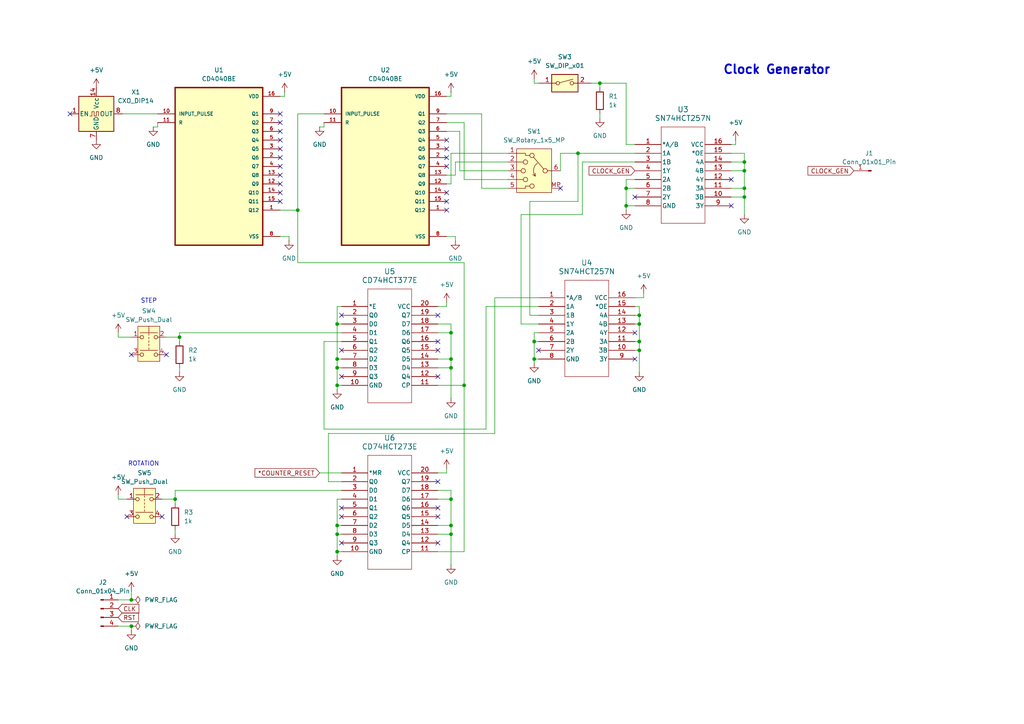
<source format=kicad_sch>
(kicad_sch (version 20231120) (generator "eeschema") (generator_version "8.0")
  (paper "A4")
  (lib_symbols
    (symbol "0_clock-generator:CD4040BE" (pin_names (offset 1.016))
      (property "Reference" "U" (at -12.7 23.86 0))
      (property "Value" "CD4040BE" (at -12.7 -26.86 0))
      (symbol "CD4040BE_0_0"
        (rectangle (start -12.7 -22.86) (end 12.7 22.86) (stroke (width 0.41)) (fill (type background)))
        (pin output line (at 17.78 -12.7 180) (length 5.08) (name "Q12") (number "1"))
        (pin input line (at -17.78 15.24 0) (length 5.08) (name "INPUT_PULSE") (number "10"))
        (pin input line (at -17.78 12.7 0) (length 5.08) (name "R") (number "11"))
        (pin output line (at 17.78 -5.08 180) (length 5.08) (name "Q9") (number "12"))
        (pin output line (at 17.78 -2.54 180) (length 5.08) (name "Q8") (number "13"))
        (pin output line (at 17.78 -7.62 180) (length 5.08) (name "Q10") (number "14"))
        (pin output line (at 17.78 -10.16 180) (length 5.08) (name "Q11") (number "15"))
        (pin power_in line (at 17.78 20.32 180) (length 5.08) (name "VDD") (number "16"))
        (pin output line (at 17.78 2.54 180) (length 5.08) (name "Q6") (number "2"))
        (pin output line (at 17.78 5.08 180) (length 5.08) (name "Q5") (number "3"))
        (pin output line (at 17.78 0 180) (length 5.08) (name "Q7") (number "4"))
        (pin output line (at 17.78 7.62 180) (length 5.08) (name "Q4") (number "5"))
        (pin output line (at 17.78 10.16 180) (length 5.08) (name "Q3") (number "6"))
        (pin output line (at 17.78 12.7 180) (length 5.08) (name "Q2") (number "7"))
        (pin power_in line (at 17.78 -20.32 180) (length 5.08) (name "VSS") (number "8"))
        (pin output line (at 17.78 15.24 180) (length 5.08) (name "Q1") (number "9"))
      )
    )
    (symbol "0_clock-generator:CD74HCT273E" (pin_names (offset 0.254))
      (property "Reference" "U" (at 27.94 10.16 0))
      (property "Value" "CD74HCT273E" (at 27.94 7.62 0))
      (symbol "CD74HCT273E_0_1"
        (polyline (pts (xy 20.32 -27.94) (xy 33.02 -27.94)) (stroke (width 0.127)))
        (polyline (pts (xy 20.32 5.08) (xy 20.32 -27.94)) (stroke (width 0.127)))
        (polyline (pts (xy 33.02 -27.94) (xy 33.02 5.08)) (stroke (width 0.127)))
        (polyline (pts (xy 33.02 5.08) (xy 20.32 5.08)) (stroke (width 0.127)))
        (pin input line (at 12.7 0 0) (length 7.62) (name "*MR") (number "1"))
        (pin power_in line (at 12.7 -22.86 0) (length 7.62) (name "GND") (number "10"))
        (pin input line (at 40.64 -22.86 180) (length 7.62) (name "CP") (number "11"))
        (pin output line (at 40.64 -20.32 180) (length 7.62) (name "Q4") (number "12"))
        (pin input line (at 40.64 -17.78 180) (length 7.62) (name "D4") (number "13"))
        (pin input line (at 40.64 -15.24 180) (length 7.62) (name "D5") (number "14"))
        (pin output line (at 40.64 -12.7 180) (length 7.62) (name "Q5") (number "15"))
        (pin output line (at 40.64 -10.16 180) (length 7.62) (name "Q6") (number "16"))
        (pin input line (at 40.64 -7.62 180) (length 7.62) (name "D6") (number "17"))
        (pin input line (at 40.64 -5.08 180) (length 7.62) (name "D7") (number "18"))
        (pin output line (at 40.64 -2.54 180) (length 7.62) (name "Q7") (number "19"))
        (pin output line (at 12.7 -2.54 0) (length 7.62) (name "Q0") (number "2"))
        (pin power_in line (at 40.64 0 180) (length 7.62) (name "VCC") (number "20"))
        (pin input line (at 12.7 -5.08 0) (length 7.62) (name "D0") (number "3"))
        (pin input line (at 12.7 -7.62 0) (length 7.62) (name "D1") (number "4"))
        (pin output line (at 12.7 -10.16 0) (length 7.62) (name "Q1") (number "5"))
        (pin output line (at 12.7 -12.7 0) (length 7.62) (name "Q2") (number "6"))
        (pin input line (at 12.7 -15.24 0) (length 7.62) (name "D2") (number "7"))
        (pin input line (at 12.7 -17.78 0) (length 7.62) (name "D3") (number "8"))
        (pin output line (at 12.7 -20.32 0) (length 7.62) (name "Q3") (number "9"))
      )
    )
    (symbol "0_clock-generator:CD74HCT377E" (pin_names (offset 0.254))
      (property "Reference" "U" (at 27.94 10.16 0))
      (property "Value" "CD74HCT377E" (at 27.94 7.62 0))
      (symbol "CD74HCT377E_0_1"
        (polyline (pts (xy 21.59 -27.94) (xy 34.29 -27.94)) (stroke (width 0.127)))
        (polyline (pts (xy 21.59 5.08) (xy 21.59 -27.94)) (stroke (width 0.127)))
        (polyline (pts (xy 34.29 -27.94) (xy 34.29 5.08)) (stroke (width 0.127)))
        (polyline (pts (xy 34.29 5.08) (xy 21.59 5.08)) (stroke (width 0.127)))
        (pin input line (at 13.97 0 0) (length 7.62) (name "*E") (number "1"))
        (pin power_in line (at 13.97 -22.86 0) (length 7.62) (name "GND") (number "10"))
        (pin input line (at 41.91 -22.86 180) (length 7.62) (name "CP") (number "11"))
        (pin output line (at 41.91 -20.32 180) (length 7.62) (name "Q4") (number "12"))
        (pin input line (at 41.91 -17.78 180) (length 7.62) (name "D4") (number "13"))
        (pin input line (at 41.91 -15.24 180) (length 7.62) (name "D5") (number "14"))
        (pin output line (at 41.91 -12.7 180) (length 7.62) (name "Q5") (number "15"))
        (pin output line (at 41.91 -10.16 180) (length 7.62) (name "Q6") (number "16"))
        (pin input line (at 41.91 -7.62 180) (length 7.62) (name "D6") (number "17"))
        (pin input line (at 41.91 -5.08 180) (length 7.62) (name "D7") (number "18"))
        (pin output line (at 41.91 -2.54 180) (length 7.62) (name "Q7") (number "19"))
        (pin output line (at 13.97 -2.54 0) (length 7.62) (name "Q0") (number "2"))
        (pin power_in line (at 41.91 0 180) (length 7.62) (name "VCC") (number "20"))
        (pin input line (at 13.97 -5.08 0) (length 7.62) (name "D0") (number "3"))
        (pin input line (at 13.97 -7.62 0) (length 7.62) (name "D1") (number "4"))
        (pin output line (at 13.97 -10.16 0) (length 7.62) (name "Q1") (number "5"))
        (pin output line (at 13.97 -12.7 0) (length 7.62) (name "Q2") (number "6"))
        (pin input line (at 13.97 -15.24 0) (length 7.62) (name "D2") (number "7"))
        (pin input line (at 13.97 -17.78 0) (length 7.62) (name "D3") (number "8"))
        (pin output line (at 13.97 -20.32 0) (length 7.62) (name "Q3") (number "9"))
      )
    )
    (symbol "0_clock-generator:SN74HCT257N" (pin_names (offset 0.254))
      (property "Reference" "U" (at 27.94 10.16 0))
      (property "Value" "SN74HCT257N" (at 27.94 7.62 0))
      (symbol "SN74HCT257N_0_1"
        (polyline (pts (xy 20.32 -22.86) (xy 33.02 -22.86)) (stroke (width 0.127)))
        (polyline (pts (xy 20.32 5.08) (xy 20.32 -22.86)) (stroke (width 0.127)))
        (polyline (pts (xy 33.02 -22.86) (xy 33.02 5.08)) (stroke (width 0.127)))
        (polyline (pts (xy 33.02 5.08) (xy 20.32 5.08)) (stroke (width 0.127)))
        (pin input line (at 12.7 0 0) (length 7.62) (name "*A/B") (number "1"))
        (pin input line (at 40.64 -15.24 180) (length 7.62) (name "3B") (number "10"))
        (pin input line (at 40.64 -12.7 180) (length 7.62) (name "3A") (number "11"))
        (pin output line (at 40.64 -10.16 180) (length 7.62) (name "4Y") (number "12"))
        (pin input line (at 40.64 -7.62 180) (length 7.62) (name "4B") (number "13"))
        (pin input line (at 40.64 -5.08 180) (length 7.62) (name "4A") (number "14"))
        (pin input line (at 40.64 -2.54 180) (length 7.62) (name "*OE") (number "15"))
        (pin power_in line (at 40.64 0 180) (length 7.62) (name "VCC") (number "16"))
        (pin input line (at 12.7 -2.54 0) (length 7.62) (name "1A") (number "2"))
        (pin input line (at 12.7 -5.08 0) (length 7.62) (name "1B") (number "3"))
        (pin output line (at 12.7 -7.62 0) (length 7.62) (name "1Y") (number "4"))
        (pin input line (at 12.7 -10.16 0) (length 7.62) (name "2A") (number "5"))
        (pin input line (at 12.7 -12.7 0) (length 7.62) (name "2B") (number "6"))
        (pin output line (at 12.7 -15.24 0) (length 7.62) (name "2Y") (number "7"))
        (pin power_in line (at 12.7 -17.78 0) (length 7.62) (name "GND") (number "8"))
        (pin output line (at 40.64 -17.78 180) (length 7.62) (name "3Y") (number "9"))
      )
    )
    (symbol "Connector:Conn_01x01_Pin" (pin_names (offset 1.016) hide)
      (property "Reference" "J" (at 0 2.54 0))
      (property "Value" "Conn_01x01_Pin" (at 0 -2.54 0))
      (symbol "Conn_01x01_Pin_1_1"
        (polyline (pts (xy 1.27 0) (xy 0.8636 0)) (stroke (width 0.1524)))
        (rectangle (start 0.8636 0.127) (end 0 -0.127) (stroke (width 0.1524)) (fill (type outline)))
        (pin passive line (at 5.08 0 180) (length 3.81) (name "Pin_1") (number "1"))
      )
    )
    (symbol "Connector:Conn_01x04_Pin" (pin_names (offset 1.016) hide)
      (property "Reference" "J" (at 0 5.08 0))
      (property "Value" "Conn_01x04_Pin" (at 0 -7.62 0))
      (symbol "Conn_01x04_Pin_1_1"
        (polyline (pts (xy 1.27 -5.08) (xy 0.8636 -5.08)) (stroke (width 0.1524)))
        (polyline (pts (xy 1.27 -2.54) (xy 0.8636 -2.54)) (stroke (width 0.1524)))
        (polyline (pts (xy 1.27 0) (xy 0.8636 0)) (stroke (width 0.1524)))
        (polyline (pts (xy 1.27 2.54) (xy 0.8636 2.54)) (stroke (width 0.1524)))
        (rectangle (start 0.8636 -4.953) (end 0 -5.207) (stroke (width 0.1524)) (fill (type outline)))
        (rectangle (start 0.8636 -2.413) (end 0 -2.667) (stroke (width 0.1524)) (fill (type outline)))
        (rectangle (start 0.8636 0.127) (end 0 -0.127) (stroke (width 0.1524)) (fill (type outline)))
        (rectangle (start 0.8636 2.667) (end 0 2.413) (stroke (width 0.1524)) (fill (type outline)))
        (pin passive line (at 5.08 2.54 180) (length 3.81) (name "Pin_1") (number "1"))
        (pin passive line (at 5.08 0 180) (length 3.81) (name "Pin_2") (number "2"))
        (pin passive line (at 5.08 -2.54 180) (length 3.81) (name "Pin_3") (number "3"))
        (pin passive line (at 5.08 -5.08 180) (length 3.81) (name "Pin_4") (number "4"))
      )
    )
    (symbol "Device:R" (pin_numbers hide) (pin_names (offset 0))
      (property "Reference" "R" (at 2.032 0 90))
      (property "Value" "R" (at 0 0 90))
      (symbol "R_0_1"
        (rectangle (start -1.016 -2.54) (end 1.016 2.54) (stroke (width 0.254)))
      )
      (symbol "R_1_1"
        (pin passive line (at 0 3.81 270) (length 1.27) (name "~") (number "1"))
        (pin passive line (at 0 -3.81 90) (length 1.27) (name "~") (number "2"))
      )
    )
    (symbol "Oscillator:CXO_DIP14" (pin_names (offset 0.254))
      (property "Reference" "X" (at -5.08 6.35 0))
      (property "Value" "CXO_DIP14" (at 1.27 -6.35 0))
      (symbol "CXO_DIP14_0_1"
        (rectangle (start -5.08 5.08) (end 5.08 -5.08) (stroke (width 0.254)) (fill (type background)))
        (polyline (pts (xy -1.905 -0.635) (xy -1.27 -0.635) (xy -1.27 0.635) (xy -0.635 0.635) (xy -0.635 -0.635) (xy 0 -0.635) (xy 0 0.635) (xy 0.635 0.635) (xy 0.635 -0.635)))
      )
      (symbol "CXO_DIP14_1_1"
        (pin input line (at -7.62 0 0) (length 2.54) (name "EN") (number "1"))
        (pin power_in line (at 0 7.62 270) (length 2.54) (name "Vcc") (number "14"))
        (pin power_in line (at 0 -7.62 90) (length 2.54) (name "GND") (number "7"))
        (pin output line (at 7.62 0 180) (length 2.54) (name "OUT") (number "8"))
      )
    )
    (symbol "Switch:SW_DIP_x01" (pin_names (offset 0) hide)
      (property "Reference" "SW" (at 0 3.81 0))
      (property "Value" "SW_DIP_x01" (at 0 -3.81 0))
      (symbol "SW_DIP_x01_0_0"
        (circle (center -2.032 0) (radius 0.508))
        (polyline (pts (xy -1.524 0.127) (xy 2.3622 1.1684)))
        (circle (center 2.032 0) (radius 0.508))
      )
      (symbol "SW_DIP_x01_0_1"
        (rectangle (start -3.81 2.54) (end 3.81 -2.54) (stroke (width 0.254)) (fill (type background)))
      )
      (symbol "SW_DIP_x01_1_1"
        (pin passive line (at -7.62 0 0) (length 5.08) (name "~") (number "1"))
        (pin passive line (at 7.62 0 180) (length 5.08) (name "~") (number "2"))
      )
    )
    (symbol "Switch:SW_Push_Dual" (pin_names (offset 1.016) hide)
      (property "Reference" "SW" (at 0 7.62 0))
      (property "Value" "SW_Push_Dual" (at 0 -6.35 0))
      (symbol "SW_Push_Dual_0_1"
        (circle (center -2.032 -2.54) (radius 0.508))
        (circle (center -2.032 2.54) (radius 0.508))
        (polyline (pts (xy 0 -0.508) (xy 0 -1.016)))
        (polyline (pts (xy 0 0.508) (xy 0 0)))
        (polyline (pts (xy 0 1.016) (xy 0 1.524)))
        (polyline (pts (xy 0 2.032) (xy 0 2.54)))
        (polyline (pts (xy 0 3.048) (xy 0 3.556)))
        (polyline (pts (xy 0 3.81) (xy 0 5.588)))
        (polyline (pts (xy 2.54 -1.27) (xy -2.54 -1.27)))
        (polyline (pts (xy 2.54 3.81) (xy -2.54 3.81)))
        (circle (center 2.032 -2.54) (radius 0.508))
        (circle (center 2.032 2.54) (radius 0.508))
        (pin passive line (at -5.08 2.54 0) (length 2.54) (name "1") (number "1"))
        (pin passive line (at 5.08 2.54 180) (length 2.54) (name "2") (number "2"))
        (pin passive line (at -5.08 -2.54 0) (length 2.54) (name "3") (number "3"))
        (pin passive line (at 5.08 -2.54 180) (length 2.54) (name "4") (number "4"))
      )
      (symbol "SW_Push_Dual_1_1"
        (rectangle (start -3.175 5.715) (end 3.175 -4.445) (fill (type background)))
      )
    )
    (symbol "Switch:SW_Rotary_1x5_MP" (pin_names hide)
      (property "Reference" "SW" (at 0 7.62 0))
      (property "Value" "SW_Rotary_1x5_MP" (at 8.89 -7.62 0))
      (symbol "SW_Rotary_1x5_MP_0_1"
        (circle (center -3.175 0) (radius 0.635))
        (arc (start -0.3176 -1.5875) (mid 0.154 0.449) (end -0.9526 2.2225))
        (polyline (pts (xy -5.08 0) (xy -3.81 0)))
        (polyline (pts (xy -2.7432 0.508) (xy 0.2032 3.9624)))
        (polyline (pts (xy -0.3176 -1.5875) (xy -0.3176 -1.5875)))
        (polyline (pts (xy -0.3176 -1.5875) (xy -0.3176 -0.6985)))
        (polyline (pts (xy -0.3176 -1.5875) (xy 0.4444 -1.0795)))
        (polyline (pts (xy 5.08 -2.54) (xy 3.175 -2.54)))
        (polyline (pts (xy 5.08 0) (xy 3.81 0)))
        (polyline (pts (xy 5.08 2.54) (xy 3.175 2.54)))
        (polyline (pts (xy 5.08 -5.08) (xy 2.54 -5.08) (xy 2.54 -4.445) (xy 1.27 -4.445)))
        (polyline (pts (xy 5.08 5.08) (xy 2.54 5.08) (xy 2.54 4.445) (xy 1.27 4.445)))
        (circle (center 0.635 -4.445) (radius 0.635))
        (circle (center 0.635 4.445) (radius 0.635))
        (circle (center 2.54 -2.54) (radius 0.635))
        (circle (center 2.54 2.54) (radius 0.635))
        (circle (center 3.175 0) (radius 0.635))
      )
      (symbol "SW_Rotary_1x5_MP_1_1"
        (polyline (pts (xy -5.08 6.35) (xy 5.08 6.35) (xy 5.08 -6.35) (xy -5.08 -6.35) (xy -5.08 6.35) (xy -5.08 6.35)) (fill (type background)))
        (pin passive line (at 7.62 5.08 180) (length 2.54) (name "") (number "1"))
        (pin passive line (at 7.62 2.54 180) (length 2.54) (name "") (number "2"))
        (pin passive line (at 7.62 0 180) (length 2.54) (name "") (number "3"))
        (pin passive line (at 7.62 -2.54 180) (length 2.54) (name "") (number "4"))
        (pin passive line (at 7.62 -5.08 180) (length 2.54) (name "") (number "5"))
        (pin passive line (at -7.62 0 0) (length 2.54) (name "") (number "6"))
        (pin passive line (at -7.62 -5.08 0) (length 2.54) (name "") (number "MP"))
      )
    )
    (symbol "power:+5V" (power) (pin_numbers hide) (pin_names (offset 0) hide)
      (property "Value" "+5V" (at 0 3.556 0))
      (symbol "+5V_0_1"
        (polyline (pts (xy -0.762 1.27) (xy 0 2.54)))
        (polyline (pts (xy 0 0) (xy 0 2.54)))
        (polyline (pts (xy 0 2.54) (xy 0.762 1.27)))
      )
      (symbol "+5V_1_1"
        (pin power_in line (at 0 0 90) (length 0) (name "~") (number "1"))
      )
    )
    (symbol "power:GND" (power) (pin_numbers hide) (pin_names (offset 0) hide)
      (property "Value" "GND" (at 0 -3.81 0))
      (symbol "GND_0_1"
        (polyline (pts (xy 0 0) (xy 0 -1.27) (xy 1.27 -1.27) (xy 0 -2.54) (xy -1.27 -1.27) (xy 0 -1.27)))
      )
      (symbol "GND_1_1"
        (pin power_in line (at 0 0 270) (length 0) (name "~") (number "1"))
      )
    )
    (symbol "power:PWR_FLAG" (power) (pin_numbers hide) (pin_names (offset 0) hide)
      (property "Value" "PWR_FLAG" (at 0 3.81 0))
      (symbol "PWR_FLAG_0_0"
        (pin power_out line (at 0 0 90) (length 0) (name "~") (number "1"))
      )
      (symbol "PWR_FLAG_0_1"
        (polyline (pts (xy 0 0) (xy 0 1.27) (xy -1.016 1.905) (xy 0 2.54) (xy 1.016 1.905) (xy 0 1.27)))
      )
    )
  )
  (junction (at 52.07 97.79))
  (junction (at 154.94 104.14))
  (junction (at 130.81 106.68))
  (junction (at 185.42 99.06))
  (junction (at 130.81 104.14))
  (junction (at 38.1 173.99))
  (junction (at 181.61 54.61))
  (junction (at 134.62 111.76))
  (junction (at 50.8 144.78))
  (junction (at 130.81 144.78))
  (junction (at 173.99 24.13))
  (junction (at 97.79 111.76))
  (junction (at 97.79 154.94))
  (junction (at 97.79 106.68))
  (junction (at 130.81 152.4))
  (junction (at 97.79 160.02))
  (junction (at 86.36 60.96))
  (junction (at 97.79 152.4))
  (junction (at 97.79 93.98))
  (junction (at 215.9 49.53))
  (junction (at 38.1 181.61))
  (junction (at 130.81 96.52))
  (junction (at 185.42 91.44))
  (junction (at 215.9 57.15))
  (junction (at 181.61 59.69))
  (junction (at 215.9 54.61))
  (junction (at 130.81 154.94))
  (junction (at 185.42 101.6))
  (junction (at 154.94 99.06))
  (junction (at 97.79 104.14))
  (junction (at 185.42 93.98))
  (junction (at 215.9 46.99))
  (junction (at 167.64 44.45))
  (no_connect (at 81.28 33.02))
  (no_connect (at 184.15 57.15))
  (no_connect (at 36.83 149.86))
  (no_connect (at 162.56 54.61))
  (no_connect (at 129.54 58.42))
  (no_connect (at 81.28 58.42))
  (no_connect (at 81.28 40.64))
  (no_connect (at 46.99 149.86))
  (no_connect (at 81.28 55.88))
  (no_connect (at 184.15 96.52))
  (no_connect (at 81.28 50.8))
  (no_connect (at 127 101.6))
  (no_connect (at 99.06 109.22))
  (no_connect (at 127 149.86))
  (no_connect (at 212.09 52.07))
  (no_connect (at 129.54 60.96))
  (no_connect (at 127 147.32))
  (no_connect (at 127 139.7))
  (no_connect (at 81.28 38.1))
  (no_connect (at 127 91.44))
  (no_connect (at 127 157.48))
  (no_connect (at 129.54 48.26))
  (no_connect (at 129.54 40.64))
  (no_connect (at 81.28 43.18))
  (no_connect (at 156.21 101.6))
  (no_connect (at 81.28 35.56))
  (no_connect (at 81.28 48.26))
  (no_connect (at 127 109.22))
  (no_connect (at 99.06 91.44))
  (no_connect (at 127 99.06))
  (no_connect (at 212.09 59.69))
  (no_connect (at 99.06 157.48))
  (no_connect (at 99.06 149.86))
  (no_connect (at 81.28 45.72))
  (no_connect (at 129.54 43.18))
  (no_connect (at 99.06 101.6))
  (no_connect (at 81.28 53.34))
  (no_connect (at 129.54 55.88))
  (no_connect (at 20.32 33.02))
  (no_connect (at 48.26 102.87))
  (no_connect (at 184.15 104.14))
  (no_connect (at 129.54 45.72))
  (no_connect (at 99.06 147.32))
  (no_connect (at 38.1 102.87))
  (wire (pts (xy 133.35 38.1) (xy 133.35 49.53)))
  (wire (pts (xy 95.25 139.7) (xy 95.25 125.73)))
  (wire (pts (xy 171.45 24.13) (xy 173.99 24.13)))
  (wire (pts (xy 156.21 24.13) (xy 154.94 24.13)))
  (wire (pts (xy 92.71 137.16) (xy 99.06 137.16)))
  (wire (pts (xy 143.51 86.36) (xy 156.21 86.36)))
  (wire (pts (xy 156.21 96.52) (xy 154.94 96.52)))
  (wire (pts (xy 81.28 60.96) (xy 86.36 60.96)))
  (wire (pts (xy 52.07 97.79) (xy 52.07 99.06)))
  (wire (pts (xy 181.61 52.07) (xy 181.61 54.61)))
  (wire (pts (xy 50.8 144.78) (xy 50.8 146.05)))
  (wire (pts (xy 181.61 54.61) (xy 181.61 59.69)))
  (wire (pts (xy 99.06 93.98) (xy 97.79 93.98)))
  (wire (pts (xy 99.06 88.9) (xy 97.79 88.9)))
  (wire (pts (xy 97.79 152.4) (xy 97.79 154.94)))
  (wire (pts (xy 93.98 36.83) (xy 93.98 35.56)))
  (wire (pts (xy 99.06 99.06) (xy 93.98 99.06)))
  (wire (pts (xy 154.94 105.41) (xy 154.94 104.14)))
  (wire (pts (xy 97.79 88.9) (xy 97.79 93.98)))
  (wire (pts (xy 185.42 99.06) (xy 185.42 101.6)))
  (wire (pts (xy 129.54 38.1) (xy 133.35 38.1)))
  (wire (pts (xy 92.71 36.83) (xy 93.98 36.83)))
  (wire (pts (xy 34.29 97.79) (xy 34.29 96.52)))
  (wire (pts (xy 154.94 99.06) (xy 156.21 99.06)))
  (wire (pts (xy 129.54 68.58) (xy 132.08 68.58)))
  (wire (pts (xy 185.42 91.44) (xy 185.42 93.98)))
  (wire (pts (xy 52.07 107.95) (xy 52.07 106.68)))
  (wire (pts (xy 215.9 44.45) (xy 212.09 44.45)))
  (wire (pts (xy 143.51 125.73) (xy 143.51 86.36)))
  (wire (pts (xy 127 142.24) (xy 130.81 142.24)))
  (wire (pts (xy 185.42 101.6) (xy 185.42 107.95)))
  (wire (pts (xy 151.13 93.98) (xy 151.13 62.23)))
  (wire (pts (xy 156.21 91.44) (xy 153.67 91.44)))
  (wire (pts (xy 130.81 142.24) (xy 130.81 144.78)))
  (wire (pts (xy 129.54 27.94) (xy 130.81 27.94)))
  (wire (pts (xy 133.35 49.53) (xy 147.32 49.53)))
  (wire (pts (xy 184.15 91.44) (xy 185.42 91.44)))
  (wire (pts (xy 95.25 125.73) (xy 143.51 125.73)))
  (wire (pts (xy 50.8 154.94) (xy 50.8 153.67)))
  (wire (pts (xy 130.81 53.34) (xy 130.81 44.45)))
  (wire (pts (xy 139.7 54.61) (xy 147.32 54.61)))
  (wire (pts (xy 186.69 86.36) (xy 184.15 86.36)))
  (wire (pts (xy 134.62 160.02) (xy 134.62 111.76)))
  (wire (pts (xy 134.62 111.76) (xy 134.62 76.2)))
  (wire (pts (xy 215.9 57.15) (xy 215.9 62.23)))
  (wire (pts (xy 215.9 44.45) (xy 215.9 46.99)))
  (wire (pts (xy 86.36 33.02) (xy 93.98 33.02)))
  (wire (pts (xy 153.67 58.42) (xy 167.64 58.42)))
  (wire (pts (xy 34.29 173.99) (xy 38.1 173.99)))
  (wire (pts (xy 134.62 35.56) (xy 134.62 52.07)))
  (wire (pts (xy 38.1 171.45) (xy 38.1 173.99)))
  (wire (pts (xy 134.62 76.2) (xy 86.36 76.2)))
  (wire (pts (xy 127 154.94) (xy 130.81 154.94)))
  (wire (pts (xy 173.99 24.13) (xy 173.99 25.4)))
  (wire (pts (xy 97.79 144.78) (xy 97.79 152.4)))
  (wire (pts (xy 154.94 96.52) (xy 154.94 99.06)))
  (wire (pts (xy 129.54 33.02) (xy 139.7 33.02)))
  (wire (pts (xy 156.21 93.98) (xy 151.13 93.98)))
  (wire (pts (xy 35.56 33.02) (xy 45.72 33.02)))
  (wire (pts (xy 97.79 154.94) (xy 97.79 160.02)))
  (wire (pts (xy 215.9 54.61) (xy 215.9 57.15)))
  (wire (pts (xy 97.79 93.98) (xy 97.79 104.14)))
  (wire (pts (xy 167.64 58.42) (xy 167.64 44.45)))
  (wire (pts (xy 127 144.78) (xy 130.81 144.78)))
  (wire (pts (xy 127 106.68) (xy 130.81 106.68)))
  (wire (pts (xy 97.79 113.03) (xy 97.79 111.76)))
  (wire (pts (xy 215.9 49.53) (xy 215.9 54.61)))
  (wire (pts (xy 129.54 137.16) (xy 129.54 135.89)))
  (wire (pts (xy 184.15 99.06) (xy 185.42 99.06)))
  (wire (pts (xy 212.09 41.91) (xy 213.36 41.91)))
  (wire (pts (xy 97.79 111.76) (xy 99.06 111.76)))
  (wire (pts (xy 129.54 35.56) (xy 134.62 35.56)))
  (wire (pts (xy 154.94 24.13) (xy 154.94 22.86)))
  (wire (pts (xy 212.09 46.99) (xy 215.9 46.99)))
  (wire (pts (xy 127 93.98) (xy 130.81 93.98)))
  (wire (pts (xy 140.97 88.9) (xy 156.21 88.9)))
  (wire (pts (xy 99.06 144.78) (xy 97.79 144.78)))
  (wire (pts (xy 97.79 106.68) (xy 97.79 111.76)))
  (wire (pts (xy 185.42 101.6) (xy 184.15 101.6)))
  (wire (pts (xy 213.36 41.91) (xy 213.36 40.64)))
  (wire (pts (xy 97.79 161.29) (xy 97.79 160.02)))
  (wire (pts (xy 132.08 68.58) (xy 132.08 69.85)))
  (wire (pts (xy 48.26 97.79) (xy 52.07 97.79)))
  (wire (pts (xy 181.61 41.91) (xy 184.15 41.91)))
  (wire (pts (xy 184.15 52.07) (xy 181.61 52.07)))
  (wire (pts (xy 140.97 124.46) (xy 140.97 88.9)))
  (wire (pts (xy 168.91 62.23) (xy 168.91 46.99)))
  (wire (pts (xy 99.06 139.7) (xy 95.25 139.7)))
  (wire (pts (xy 130.81 96.52) (xy 130.81 104.14)))
  (wire (pts (xy 44.45 36.83) (xy 45.72 36.83)))
  (wire (pts (xy 167.64 44.45) (xy 162.56 44.45)))
  (wire (pts (xy 185.42 93.98) (xy 185.42 99.06)))
  (wire (pts (xy 50.8 142.24) (xy 50.8 144.78)))
  (wire (pts (xy 154.94 99.06) (xy 154.94 104.14)))
  (wire (pts (xy 184.15 93.98) (xy 185.42 93.98)))
  (wire (pts (xy 127 160.02) (xy 134.62 160.02)))
  (wire (pts (xy 162.56 44.45) (xy 162.56 49.53)))
  (wire (pts (xy 34.29 144.78) (xy 34.29 143.51)))
  (wire (pts (xy 83.82 68.58) (xy 83.82 69.85)))
  (wire (pts (xy 173.99 34.29) (xy 173.99 33.02)))
  (wire (pts (xy 86.36 33.02) (xy 86.36 60.96)))
  (wire (pts (xy 34.29 181.61) (xy 38.1 181.61)))
  (wire (pts (xy 127 152.4) (xy 130.81 152.4)))
  (wire (pts (xy 130.81 44.45) (xy 147.32 44.45)))
  (wire (pts (xy 81.28 27.94) (xy 82.55 27.94)))
  (wire (pts (xy 151.13 62.23) (xy 168.91 62.23)))
  (wire (pts (xy 130.81 27.94) (xy 130.81 26.67)))
  (wire (pts (xy 93.98 99.06) (xy 93.98 124.46)))
  (wire (pts (xy 181.61 59.69) (xy 181.61 60.96)))
  (wire (pts (xy 215.9 46.99) (xy 215.9 49.53)))
  (wire (pts (xy 38.1 182.88) (xy 38.1 181.61)))
  (wire (pts (xy 99.06 152.4) (xy 97.79 152.4)))
  (wire (pts (xy 129.54 137.16) (xy 127 137.16)))
  (wire (pts (xy 154.94 104.14) (xy 156.21 104.14)))
  (wire (pts (xy 81.28 68.58) (xy 83.82 68.58)))
  (wire (pts (xy 97.79 160.02) (xy 99.06 160.02)))
  (wire (pts (xy 52.07 96.52) (xy 52.07 97.79)))
  (wire (pts (xy 134.62 52.07) (xy 147.32 52.07)))
  (wire (pts (xy 168.91 46.99) (xy 184.15 46.99)))
  (wire (pts (xy 130.81 144.78) (xy 130.81 152.4)))
  (wire (pts (xy 185.42 88.9) (xy 185.42 91.44)))
  (wire (pts (xy 127 111.76) (xy 134.62 111.76)))
  (wire (pts (xy 99.06 154.94) (xy 97.79 154.94)))
  (wire (pts (xy 127 104.14) (xy 130.81 104.14)))
  (wire (pts (xy 212.09 54.61) (xy 215.9 54.61)))
  (wire (pts (xy 46.99 144.78) (xy 50.8 144.78)))
  (wire (pts (xy 129.54 88.9) (xy 129.54 87.63)))
  (wire (pts (xy 34.29 144.78) (xy 36.83 144.78)))
  (wire (pts (xy 34.29 97.79) (xy 38.1 97.79)))
  (wire (pts (xy 181.61 41.91) (xy 181.61 24.13)))
  (wire (pts (xy 139.7 33.02) (xy 139.7 54.61)))
  (wire (pts (xy 86.36 60.96) (xy 86.36 76.2)))
  (wire (pts (xy 45.72 36.83) (xy 45.72 35.56)))
  (wire (pts (xy 153.67 91.44) (xy 153.67 58.42)))
  (wire (pts (xy 97.79 104.14) (xy 97.79 106.68)))
  (wire (pts (xy 130.81 104.14) (xy 130.81 106.68)))
  (wire (pts (xy 130.81 93.98) (xy 130.81 96.52)))
  (wire (pts (xy 184.15 44.45) (xy 167.64 44.45)))
  (wire (pts (xy 184.15 88.9) (xy 185.42 88.9)))
  (wire (pts (xy 130.81 106.68) (xy 130.81 115.57)))
  (wire (pts (xy 132.08 50.8) (xy 132.08 46.99)))
  (wire (pts (xy 181.61 54.61) (xy 184.15 54.61)))
  (wire (pts (xy 129.54 53.34) (xy 130.81 53.34)))
  (wire (pts (xy 50.8 142.24) (xy 99.06 142.24)))
  (wire (pts (xy 99.06 104.14) (xy 97.79 104.14)))
  (wire (pts (xy 129.54 88.9) (xy 127 88.9)))
  (wire (pts (xy 186.69 86.36) (xy 186.69 85.09)))
  (wire (pts (xy 93.98 124.46) (xy 140.97 124.46)))
  (wire (pts (xy 132.08 46.99) (xy 147.32 46.99)))
  (wire (pts (xy 184.15 59.69) (xy 181.61 59.69)))
  (wire (pts (xy 127 96.52) (xy 130.81 96.52)))
  (wire (pts (xy 82.55 27.94) (xy 82.55 26.67)))
  (wire (pts (xy 130.81 154.94) (xy 130.81 163.83)))
  (wire (pts (xy 181.61 24.13) (xy 173.99 24.13)))
  (wire (pts (xy 99.06 106.68) (xy 97.79 106.68)))
  (wire (pts (xy 212.09 57.15) (xy 215.9 57.15)))
  (wire (pts (xy 129.54 50.8) (xy 132.08 50.8)))
  (wire (pts (xy 212.09 49.53) (xy 215.9 49.53)))
  (wire (pts (xy 130.81 152.4) (xy 130.81 154.94)))
  (wire (pts (xy 99.06 96.52) (xy 52.07 96.52)))
  (text "STEP" (at 43.18 87.376 0) (effects (font (size 1.27 1.27))))
  (text "ROTATION" (at 41.656 134.62 0) (effects (font (size 1.27 1.27))))
  (text "Clock Generator" (at 225.298 20.32 0) (effects (font (size 2.54 2.54) (thickness 0.508) (bold yes))))
  (global_label "CLOCK_GEN" (shape input) (at 184.15 49.53 180) (property "Intersheetrefs" "${INTERSHEET_REFS}" (effects (hide yes))))
  (global_label "RST" (shape input) (at 34.29 179.07 0) (property "Intersheetrefs" "${INTERSHEET_REFS}" (effects (hide yes))))
  (global_label "CLOCK_GEN" (shape input) (at 247.65 49.53 180) (property "Intersheetrefs" "${INTERSHEET_REFS}" (effects (hide yes))))
  (global_label "*COUNTER_RESET" (shape input) (at 92.71 137.16 180) (property "Intersheetrefs" "${INTERSHEET_REFS}" (effects (hide yes))))
  (global_label "CLK" (shape input) (at 34.29 176.53 0) (property "Intersheetrefs" "${INTERSHEET_REFS}" (effects (hide yes))))
  (symbol (lib_id "0_clock-generator:CD74HCT273E") (at 86.36 137.16 0) (unit 1)
    (property "Reference" "U6" (at 113.03 127 0) (effects (font (size 1.524 1.524))))
    (property "Value" "CD74HCT273E" (at 113.03 129.54 0) (effects (font (size 1.524 1.524))))
    (property "Footprint" "N20" (effects (hide yes)))
    (property "Datasheet" "CD74HCT273E" (effects (hide yes)))
  )
  (symbol (lib_id "power:GND") (at 173.99 34.29 0) (unit 1)
    (property "Reference" "#PWR011" (effects (hide yes)))
    (property "Value" "GND" (at 173.99 39.37 0))
    (property "Description" "Power symbol creates a global label with name \"GND\" , ground" (effects (hide yes)))
  )
  (symbol (lib_id "power:GND") (at 27.94 40.64 0) (unit 1)
    (property "Reference" "#PWR02" (effects (hide yes)))
    (property "Value" "GND" (at 27.94 45.72 0))
    (property "Description" "Power symbol creates a global label with name \"GND\" , ground" (effects (hide yes)))
  )
  (symbol (lib_id "power:GND") (at 44.45 36.83 0) (unit 1)
    (property "Reference" "#PWR03" (effects (hide yes)))
    (property "Value" "GND" (at 44.45 41.91 0))
    (property "Description" "Power symbol creates a global label with name \"GND\" , ground" (effects (hide yes)))
  )
  (symbol (lib_id "Device:R") (at 50.8 149.86 0) (unit 1)
    (property "Reference" "R3" (at 53.34 148.5899 0) (effects (justify left)))
    (property "Value" "1k" (at 53.34 151.1299 0) (effects (justify left)))
    (property "Description" "Resistor" (effects (hide yes)))
  )
  (symbol (lib_id "power:GND") (at 185.42 107.95 0) (mirror y) (unit 1)
    (property "Reference" "#PWR024" (effects (hide yes)))
    (property "Value" "GND" (at 185.42 113.03 0))
    (property "Description" "Power symbol creates a global label with name \"GND\" , ground" (effects (hide yes)))
  )
  (symbol (lib_id "power:+5V") (at 82.55 26.67 0) (unit 1)
    (property "Reference" "#PWR04" (effects (hide yes)))
    (property "Value" "+5V" (at 82.55 21.59 0))
    (property "Description" "Power symbol creates a global label with name \"+5V\"" (effects (hide yes)))
  )
  (symbol (lib_id "power:+5V") (at 34.29 96.52 0) (mirror y) (unit 1)
    (property "Reference" "#PWR014" (effects (hide yes)))
    (property "Value" "+5V" (at 34.29 91.44 0))
    (property "Description" "Power symbol creates a global label with name \"+5V\"" (effects (hide yes)))
  )
  (symbol (lib_id "power:GND") (at 154.94 105.41 0) (unit 1)
    (property "Reference" "#PWR023" (effects (hide yes)))
    (property "Value" "GND" (at 154.94 110.49 0))
    (property "Description" "Power symbol creates a global label with name \"GND\" , ground" (effects (hide yes)))
  )
  (symbol (lib_id "power:+5V") (at 154.94 22.86 0) (mirror y) (unit 1)
    (property "Reference" "#PWR010" (effects (hide yes)))
    (property "Value" "+5V" (at 154.94 17.78 0))
    (property "Description" "Power symbol creates a global label with name \"+5V\"" (effects (hide yes)))
  )
  (symbol (lib_id "power:+5V") (at 186.69 85.09 0) (unit 1)
    (property "Reference" "#PWR025" (effects (hide yes)))
    (property "Value" "+5V" (at 186.69 80.01 0))
    (property "Description" "Power symbol creates a global label with name \"+5V\"" (effects (hide yes)))
  )
  (symbol (lib_id "power:GND") (at 130.81 163.83 0) (unit 1)
    (property "Reference" "#PWR022" (effects (hide yes)))
    (property "Value" "GND" (at 130.81 168.91 0))
    (property "Description" "Power symbol creates a global label with name \"GND\" , ground" (effects (hide yes)))
  )
  (symbol (lib_id "Device:R") (at 173.99 29.21 0) (unit 1)
    (property "Reference" "R1" (at 176.53 27.9399 0) (effects (justify left)))
    (property "Value" "1k" (at 176.53 30.4799 0) (effects (justify left)))
    (property "Description" "Resistor" (effects (hide yes)))
  )
  (symbol (lib_id "power:GND") (at 38.1 182.88 0) (unit 1)
    (property "Reference" "#PWR028" (effects (hide yes)))
    (property "Value" "GND" (at 38.1 187.96 0))
    (property "Description" "Power symbol creates a global label with name \"GND\" , ground" (effects (hide yes)))
  )
  (symbol (lib_id "power:GND") (at 132.08 69.85 0) (unit 1)
    (property "Reference" "#PWR08" (effects (hide yes)))
    (property "Value" "GND" (at 132.08 74.93 0))
    (property "Description" "Power symbol creates a global label with name \"GND\" , ground" (effects (hide yes)))
  )
  (symbol (lib_id "power:GND") (at 83.82 69.85 0) (unit 1)
    (property "Reference" "#PWR05" (effects (hide yes)))
    (property "Value" "GND" (at 83.82 74.93 0))
    (property "Description" "Power symbol creates a global label with name \"GND\" , ground" (effects (hide yes)))
  )
  (symbol (lib_id "power:GND") (at 215.9 62.23 0) (unit 1)
    (property "Reference" "#PWR012" (effects (hide yes)))
    (property "Value" "GND" (at 215.9 67.31 0))
    (property "Description" "Power symbol creates a global label with name \"GND\" , ground" (effects (hide yes)))
  )
  (symbol (lib_id "Switch:SW_Push_Dual") (at 41.91 147.32 0) (unit 1)
    (property "Reference" "SW5" (at 41.91 137.16 0))
    (property "Value" "SW_Push_Dual" (at 41.91 139.7 0))
    (property "Description" "Push button switch, generic, symbol, four pins" (effects (hide yes)))
  )
  (symbol (lib_id "power:GND") (at 52.07 107.95 0) (unit 1)
    (property "Reference" "#PWR016" (effects (hide yes)))
    (property "Value" "GND" (at 52.07 113.03 0))
    (property "Description" "Power symbol creates a global label with name \"GND\" , ground" (effects (hide yes)))
  )
  (symbol (lib_id "power:+5V") (at 213.36 40.64 0) (unit 1)
    (property "Reference" "#PWR013" (effects (hide yes)))
    (property "Value" "+5V" (at 213.36 35.56 0))
    (property "Description" "Power symbol creates a global label with name \"+5V\"" (effects (hide yes)))
  )
  (symbol (lib_id "power:+5V") (at 38.1 171.45 0) (unit 1)
    (property "Reference" "#PWR027" (effects (hide yes)))
    (property "Value" "+5V" (at 38.1 166.37 0))
    (property "Description" "Power symbol creates a global label with name \"+5V\"" (effects (hide yes)))
  )
  (symbol (lib_id "power:+5V") (at 130.81 26.67 0) (unit 1)
    (property "Reference" "#PWR07" (effects (hide yes)))
    (property "Value" "+5V" (at 130.81 21.59 0))
    (property "Description" "Power symbol creates a global label with name \"+5V\"" (effects (hide yes)))
  )
  (symbol (lib_id "0_clock-generator:SN74HCT257N") (at 171.45 41.91 0) (unit 1)
    (property "Reference" "U3" (at 198.12 31.75 0) (effects (font (size 1.524 1.524))))
    (property "Value" "SN74HCT257N" (at 198.12 34.29 0) (effects (font (size 1.524 1.524))))
    (property "Footprint" "N16" (effects (hide yes)))
    (property "Datasheet" "SN74HCT257N" (effects (hide yes)))
  )
  (symbol (lib_id "power:PWR_FLAG") (at 38.1 181.61 270) (unit 1)
    (property "Reference" "#FLG02" (effects (hide yes)))
    (property "Value" "PWR_FLAG" (at 41.91 181.6101 90) (effects (justify left)))
    (property "Description" "Special symbol for telling ERC where power comes from" (effects (hide yes)))
  )
  (symbol (lib_id "0_clock-generator:CD4040BE") (at 63.5 48.26 0) (unit 1)
    (property "Reference" "U1" (at 63.5 20.32 0))
    (property "Value" "CD4040BE" (at 63.5 22.86 0))
    (property "Footprint" "CD4040BE:DIP794W45P254L1969H508Q16" (effects (hide yes)))
  )
  (symbol (lib_id "Oscillator:CXO_DIP14") (at 27.94 33.02 0) (unit 1)
    (property "Reference" "X1" (at 39.37 26.7014 0))
    (property "Value" "CXO_DIP14" (at 39.37 29.2414 0))
    (property "Footprint" "Oscillator:Oscillator_DIP-14" (effects (hide yes)))
    (property "Datasheet" "http://cdn-reichelt.de/documents/datenblatt/B400/OSZI.pdf" (effects (hide yes)))
    (property "Description" "Crystal Clock Oscillator, DIP14-style metal package" (effects (hide yes)))
  )
  (symbol (lib_id "power:GND") (at 97.79 161.29 0) (unit 1)
    (property "Reference" "#PWR026" (effects (hide yes)))
    (property "Value" "GND" (at 97.79 166.37 0))
    (property "Description" "Power symbol creates a global label with name \"GND\" , ground" (effects (hide yes)))
  )
  (symbol (lib_id "power:GND") (at 97.79 113.03 0) (unit 1)
    (property "Reference" "#PWR018" (effects (hide yes)))
    (property "Value" "GND" (at 97.79 118.11 0))
    (property "Description" "Power symbol creates a global label with name \"GND\" , ground" (effects (hide yes)))
  )
  (symbol (lib_id "0_clock-generator:SN74HCT257N") (at 143.51 86.36 0) (unit 1)
    (property "Reference" "U4" (at 170.18 76.2 0) (effects (font (size 1.524 1.524))))
    (property "Value" "SN74HCT257N" (at 170.18 78.74 0) (effects (font (size 1.524 1.524))))
    (property "Footprint" "N16" (effects (hide yes)))
    (property "Datasheet" "SN74HCT257N" (effects (hide yes)))
  )
  (symbol (lib_id "power:GND") (at 92.71 36.83 0) (unit 1)
    (property "Reference" "#PWR06" (effects (hide yes)))
    (property "Value" "GND" (at 92.71 41.91 0))
    (property "Description" "Power symbol creates a global label with name \"GND\" , ground" (effects (hide yes)))
  )
  (symbol (lib_id "power:+5V") (at 34.29 143.51 0) (mirror y) (unit 1)
    (property "Reference" "#PWR015" (effects (hide yes)))
    (property "Value" "+5V" (at 34.29 138.43 0))
    (property "Description" "Power symbol creates a global label with name \"+5V\"" (effects (hide yes)))
  )
  (symbol (lib_id "power:GND") (at 130.81 115.57 0) (unit 1)
    (property "Reference" "#PWR019" (effects (hide yes)))
    (property "Value" "GND" (at 130.81 120.65 0))
    (property "Description" "Power symbol creates a global label with name \"GND\" , ground" (effects (hide yes)))
  )
  (symbol (lib_id "Switch:SW_DIP_x01") (at 163.83 24.13 0) (unit 1)
    (property "Reference" "SW3" (at 163.83 16.51 0))
    (property "Value" "SW_DIP_x01" (at 163.83 19.05 0))
    (property "Description" "1x DIP Switch, Single Pole Single Throw (SPST) switch, small symbol" (effects (hide yes)))
  )
  (symbol (lib_id "0_clock-generator:CD4040BE") (at 111.76 48.26 0) (unit 1)
    (property "Reference" "U2" (at 111.76 20.32 0))
    (property "Value" "CD4040BE" (at 111.76 22.86 0))
    (property "Footprint" "CD4040BE:DIP794W45P254L1969H508Q16" (effects (hide yes)))
  )
  (symbol (lib_id "0_clock-generator:CD74HCT377E") (at 85.09 88.9 0) (unit 1)
    (property "Reference" "U5" (at 113.03 78.74 0) (effects (font (size 1.524 1.524))))
    (property "Value" "CD74HCT377E" (at 113.03 81.28 0) (effects (font (size 1.524 1.524))))
    (property "Footprint" "N20" (effects (hide yes)))
    (property "Datasheet" "CD74HCT377E" (effects (hide yes)))
  )
  (symbol (lib_id "Connector:Conn_01x04_Pin") (at 29.21 176.53 0) (unit 1)
    (property "Reference" "J2" (at 29.845 168.91 0))
    (property "Value" "Conn_01x04_Pin" (at 29.845 171.45 0))
    (property "Footprint" "Connector_PinHeader_2.54mm:PinHeader_1x04_P2.54mm_Vertical" (effects (hide yes)))
    (property "Description" "Generic connector, single row, 01x04, script generated" (effects (hide yes)))
    (property "Part No" "C2691448" (effects (hide yes)))
    (property "Link" "https://www.lcsc.com/product-detail/Pin-Headers_XFCN-PZ254V-11-04P_C2691448.html" (effects (hide yes)))
    (property "LCSC" "C2691448" (effects (hide yes)))
  )
  (symbol (lib_id "Device:R") (at 52.07 102.87 0) (unit 1)
    (property "Reference" "R2" (at 54.61 101.5999 0) (effects (justify left)))
    (property "Value" "1k" (at 54.61 104.1399 0) (effects (justify left)))
    (property "Description" "Resistor" (effects (hide yes)))
  )
  (symbol (lib_id "power:GND") (at 181.61 60.96 0) (unit 1)
    (property "Reference" "#PWR09" (effects (hide yes)))
    (property "Value" "GND" (at 181.61 66.04 0))
    (property "Description" "Power symbol creates a global label with name \"GND\" , ground" (effects (hide yes)))
  )
  (symbol (lib_id "power:+5V") (at 27.94 25.4 0) (unit 1)
    (property "Reference" "#PWR01" (effects (hide yes)))
    (property "Value" "+5V" (at 27.94 20.32 0))
    (property "Description" "Power symbol creates a global label with name \"+5V\"" (effects (hide yes)))
  )
  (symbol (lib_id "power:+5V") (at 129.54 135.89 0) (unit 1)
    (property "Reference" "#PWR021" (effects (hide yes)))
    (property "Value" "+5V" (at 129.54 130.81 0))
    (property "Description" "Power symbol creates a global label with name \"+5V\"" (effects (hide yes)))
  )
  (symbol (lib_id "power:PWR_FLAG") (at 38.1 173.99 270) (mirror x) (unit 1)
    (property "Reference" "#FLG01" (effects (hide yes)))
    (property "Value" "PWR_FLAG" (at 41.91 173.9899 90) (effects (justify left)))
    (property "Description" "Special symbol for telling ERC where power comes from" (effects (hide yes)))
  )
  (symbol (lib_id "power:+5V") (at 129.54 87.63 0) (unit 1)
    (property "Reference" "#PWR020" (effects (hide yes)))
    (property "Value" "+5V" (at 129.54 82.55 0))
    (property "Description" "Power symbol creates a global label with name \"+5V\"" (effects (hide yes)))
  )
  (symbol (lib_id "Switch:SW_Push_Dual") (at 43.18 100.33 0) (unit 1)
    (property "Reference" "SW4" (at 43.18 90.17 0))
    (property "Value" "SW_Push_Dual" (at 43.18 92.71 0))
    (property "Description" "Push button switch, generic, symbol, four pins" (effects (hide yes)))
  )
  (symbol (lib_id "power:GND") (at 50.8 154.94 0) (unit 1)
    (property "Reference" "#PWR017" (effects (hide yes)))
    (property "Value" "GND" (at 50.8 160.02 0))
    (property "Description" "Power symbol creates a global label with name \"GND\" , ground" (effects (hide yes)))
  )
  (symbol (lib_id "Switch:SW_Rotary_1x5_MP") (at 154.94 49.53 0) (mirror y) (unit 1)
    (property "Reference" "SW1" (at 154.94 38.1 0))
    (property "Value" "SW_Rotary_1x5_MP" (at 154.94 40.64 0))
    (property "Description" "Rotary switch 1x5, SP5T with mount point " (effects (hide yes)))
  )
  (symbol (lib_id "Connector:Conn_01x01_Pin") (at 252.73 49.53 0) (mirror y) (unit 1)
    (property "Reference" "J1" (at 252.095 44.45 0))
    (property "Value" "Conn_01x01_Pin" (at 252.095 46.99 0))
    (property "Description" "Generic connector, single row, 01x01, script generated" (effects (hide yes)))
  )
)
</source>
